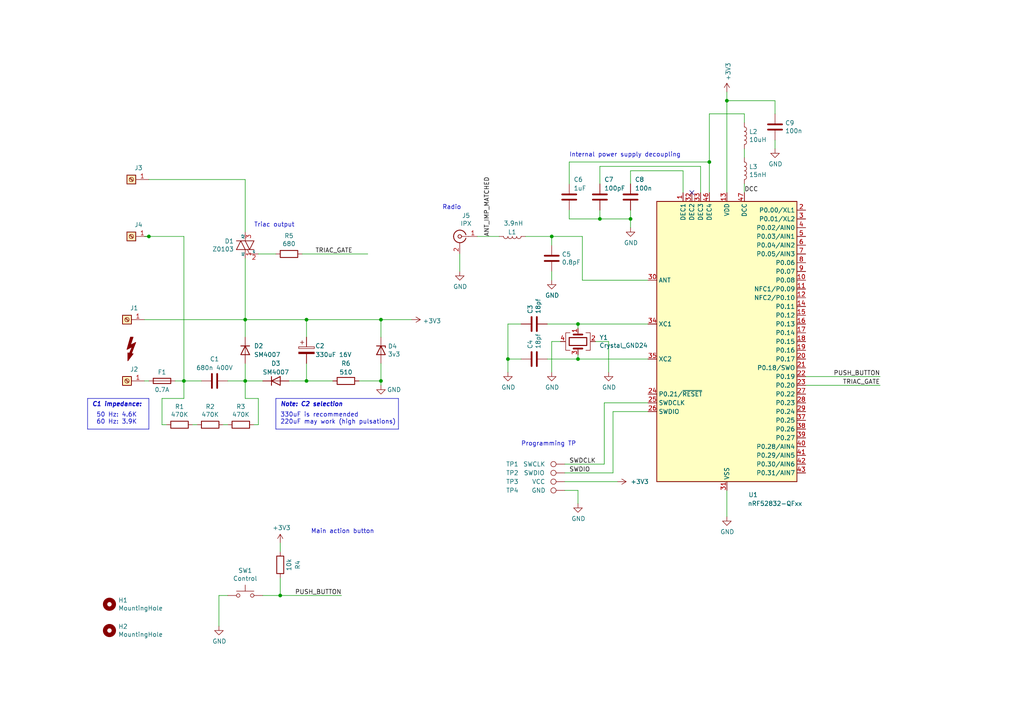
<source format=kicad_sch>
(kicad_sch (version 20230121) (generator eeschema)
  (paper "A4")
  (title_block (title "Nordic-Switch") (date "2022-02-17") (rev "1.1") (company "dossalab"))
  (lib_symbols
    (symbol "Connector:Conn_Coaxial" (pin_names (offset 1.016) hide)
      (property "Reference" "J" (at 0.254 3.048 0))
      (property "Value" "Conn_Coaxial" (at 2.921 0 90))
      (symbol "Conn_Coaxial_0_1"
        (arc (start -1.778 -0.508) (mid 0.222 -1.808) (end 1.778 0) (stroke (width 0.254)))
        (polyline (pts (xy -2.54 0) (xy -0.508 0)))
        (polyline (pts (xy 0 -2.54) (xy 0 -1.778)))
        (circle (center 0 0) (radius 0.508) (stroke (width 0.2032)))
        (arc (start 1.778 0) (mid 0.222 1.8083) (end -1.778 0.508) (stroke (width 0.254)))
      )
      (symbol "Conn_Coaxial_1_1"
        (pin passive line (at -5.08 0 0) (length 2.54) (name "In") (number "1"))
        (pin passive line (at 0 -5.08 90) (length 2.54) (name "Ext") (number "2"))
      )
    )
    (symbol "Connector:Screw_Terminal_01x01" (pin_names (offset 1.016) hide)
      (property "Reference" "J" (at 0 2.54 0))
      (property "Value" "Screw_Terminal_01x01" (at 0 -2.54 0))
      (symbol "Screw_Terminal_01x01_1_1"
        (rectangle (start -1.27 1.27) (end 1.27 -1.27) (stroke (width 0.254)) (fill (type background)))
        (polyline (pts (xy -0.5334 0.3302) (xy 0.3302 -0.508)) (stroke (width 0.1524)))
        (polyline (pts (xy -0.3556 0.508) (xy 0.508 -0.3302)) (stroke (width 0.1524)))
        (circle (center 0 0) (radius 0.635) (stroke (width 0.1524)))
        (pin passive line (at -5.08 0 0) (length 3.81) (name "Pin_1") (number "1"))
      )
    )
    (symbol "Connector:TestPoint" (pin_numbers hide) (pin_names (offset 0.762) hide)
      (property "Reference" "TP" (at 0 6.858 0))
      (property "Value" "TestPoint" (at 0 5.08 0))
      (symbol "TestPoint_0_1"
        (circle (center 0 3.302) (radius 0.762))
      )
      (symbol "TestPoint_1_1"
        (pin passive line (at 0 0 90) (length 2.54) (name "1") (number "1"))
      )
    )
    (symbol "Device:C" (pin_numbers hide) (pin_names (offset 0.254))
      (property "Reference" "C" (at 0.635 2.54 0))
      (property "Value" "C" (at 0.635 -2.54 0))
      (symbol "C_0_1"
        (polyline (pts (xy -2.032 -0.762) (xy 2.032 -0.762)) (stroke (width 0.508)))
        (polyline (pts (xy -2.032 0.762) (xy 2.032 0.762)) (stroke (width 0.508)))
      )
      (symbol "C_1_1"
        (pin passive line (at 0 3.81 270) (length 2.794) (name "~") (number "1"))
        (pin passive line (at 0 -3.81 90) (length 2.794) (name "~") (number "2"))
      )
    )
    (symbol "Device:CP" (pin_numbers hide) (pin_names (offset 0.254))
      (property "Reference" "C" (at 0.635 2.54 0))
      (property "Value" "Device_CP" (at 0.635 -2.54 0))
      (symbol "CP_0_1"
        (rectangle (start -2.286 0.508) (end 2.286 1.016))
        (polyline (pts (xy -1.778 2.286) (xy -0.762 2.286)))
        (polyline (pts (xy -1.27 2.794) (xy -1.27 1.778)))
        (rectangle (start 2.286 -0.508) (end -2.286 -1.016) (fill (type outline)))
      )
      (symbol "CP_1_1"
        (pin passive line (at 0 3.81 270) (length 2.794) (name "~") (number "1"))
        (pin passive line (at 0 -3.81 90) (length 2.794) (name "~") (number "2"))
      )
    )
    (symbol "Device:Crystal_GND24" (pin_names (offset 1.016) hide)
      (property "Reference" "Y" (at 3.175 5.08 0))
      (property "Value" "Crystal_GND24" (at 3.175 3.175 0))
      (symbol "Crystal_GND24_0_1"
        (rectangle (start -1.143 2.54) (end 1.143 -2.54) (stroke (width 0.3048)))
        (polyline (pts (xy -2.54 0) (xy -2.032 0)))
        (polyline (pts (xy -2.032 -1.27) (xy -2.032 1.27)) (stroke (width 0.508)))
        (polyline (pts (xy 0 -3.81) (xy 0 -3.556)))
        (polyline (pts (xy 0 3.556) (xy 0 3.81)))
        (polyline (pts (xy 2.032 -1.27) (xy 2.032 1.27)) (stroke (width 0.508)))
        (polyline (pts (xy 2.032 0) (xy 2.54 0)))
        (polyline (pts (xy -2.54 -2.286) (xy -2.54 -3.556) (xy 2.54 -3.556) (xy 2.54 -2.286)))
        (polyline (pts (xy -2.54 2.286) (xy -2.54 3.556) (xy 2.54 3.556) (xy 2.54 2.286)))
      )
      (symbol "Crystal_GND24_1_1"
        (pin passive line (at -3.81 0 0) (length 1.27) (name "1") (number "1"))
        (pin passive line (at 0 5.08 270) (length 1.27) (name "2") (number "2"))
        (pin passive line (at 3.81 0 180) (length 1.27) (name "3") (number "3"))
        (pin passive line (at 0 -5.08 90) (length 1.27) (name "4") (number "4"))
      )
    )
    (symbol "Device:D_Zener" (pin_numbers hide) (pin_names (offset 1.016) hide)
      (property "Reference" "D" (at 0 2.54 0))
      (property "Value" "D_Zener" (at 0 -2.54 0))
      (symbol "D_Zener_0_1"
        (polyline (pts (xy 1.27 0) (xy -1.27 0)))
        (polyline (pts (xy -1.27 -1.27) (xy -1.27 1.27) (xy -0.762 1.27)) (stroke (width 0.254)))
        (polyline (pts (xy 1.27 -1.27) (xy 1.27 1.27) (xy -1.27 0) (xy 1.27 -1.27)) (stroke (width 0.254)))
      )
      (symbol "D_Zener_1_1"
        (pin passive line (at -3.81 0 0) (length 2.54) (name "K") (number "1"))
        (pin passive line (at 3.81 0 180) (length 2.54) (name "A") (number "2"))
      )
    )
    (symbol "Device:Fuse" (pin_numbers hide) (pin_names (offset 0))
      (property "Reference" "F" (at 2.032 0 90))
      (property "Value" "Fuse" (at -1.905 0 90))
      (symbol "Fuse_0_1"
        (rectangle (start -0.762 -2.54) (end 0.762 2.54) (stroke (width 0.254)))
        (polyline (pts (xy 0 2.54) (xy 0 -2.54)))
      )
      (symbol "Fuse_1_1"
        (pin passive line (at 0 3.81 270) (length 1.27) (name "~") (number "1"))
        (pin passive line (at 0 -3.81 90) (length 1.27) (name "~") (number "2"))
      )
    )
    (symbol "Device:L" (pin_numbers hide) (pin_names (offset 1.016) hide)
      (property "Reference" "L" (at -1.27 0 90))
      (property "Value" "L" (at 1.905 0 90))
      (symbol "L_0_1"
        (arc (start 0 -2.54) (mid 0.6323 -1.905) (end 0 -1.27))
        (arc (start 0 -1.27) (mid 0.6323 -0.635) (end 0 0))
        (arc (start 0 0) (mid 0.6323 0.635) (end 0 1.27))
        (arc (start 0 1.27) (mid 0.6323 1.905) (end 0 2.54))
      )
      (symbol "L_1_1"
        (pin passive line (at 0 3.81 270) (length 1.27) (name "1") (number "1"))
        (pin passive line (at 0 -3.81 90) (length 1.27) (name "2") (number "2"))
      )
    )
    (symbol "Device:Q_TRIAC_A1GA2" (pin_names (offset 0))
      (property "Reference" "D" (at 3.175 0.635 0))
      (property "Value" "Q_TRIAC_A1GA2" (at 3.175 -1.27 0))
      (symbol "Q_TRIAC_A1GA2_0_1"
        (polyline (pts (xy -2.54 -1.27) (xy 2.54 -1.27)) (stroke (width 0.2032)))
        (polyline (pts (xy -2.54 1.27) (xy 2.54 1.27)) (stroke (width 0.2032)))
        (polyline (pts (xy -1.27 -2.54) (xy -0.635 -1.27)))
        (polyline (pts (xy -2.54 1.27) (xy -1.27 -1.27) (xy 0 1.27)) (stroke (width 0.2032)))
        (polyline (pts (xy 0 -1.27) (xy 1.27 1.27) (xy 2.54 -1.27)) (stroke (width 0.2032)))
      )
      (symbol "Q_TRIAC_A1GA2_1_1"
        (pin passive line (at 0 -3.81 90) (length 2.54) (name "A1") (number "1"))
        (pin input line (at -3.81 -2.54 0) (length 2.54) (name "G") (number "2"))
        (pin passive line (at 0 3.81 270) (length 2.54) (name "A2") (number "3"))
      )
    )
    (symbol "Device:R" (pin_numbers hide) (pin_names (offset 0))
      (property "Reference" "R" (at 2.032 0 90))
      (property "Value" "R" (at 0 0 90))
      (symbol "R_0_1"
        (rectangle (start -1.016 -2.54) (end 1.016 2.54) (stroke (width 0.254)))
      )
      (symbol "R_1_1"
        (pin passive line (at 0 3.81 270) (length 1.27) (name "~") (number "1"))
        (pin passive line (at 0 -3.81 90) (length 1.27) (name "~") (number "2"))
      )
    )
    (symbol "Diode:SM4007" (pin_numbers hide) (pin_names (offset 1.016) hide)
      (property "Reference" "D" (at 0 2.54 0))
      (property "Value" "SM4007" (at 0 -2.54 0))
      (symbol "SM4007_0_1"
        (polyline (pts (xy -1.27 1.27) (xy -1.27 -1.27)) (stroke (width 0.254)))
        (polyline (pts (xy 1.27 0) (xy -1.27 0)))
        (polyline (pts (xy 1.27 1.27) (xy 1.27 -1.27) (xy -1.27 0) (xy 1.27 1.27)) (stroke (width 0.254)))
      )
      (symbol "SM4007_1_1"
        (pin passive line (at -3.81 0 0) (length 2.54) (name "K") (number "1"))
        (pin passive line (at 3.81 0 180) (length 2.54) (name "A") (number "2"))
      )
    )
    (symbol "Graphic:SYM_Flash_Small" (pin_names (offset 1.016))
      (symbol "SYM_Flash_Small_0_1"
        (polyline (pts (xy 0.508 -1.016) (xy -1.016 -0.762) (xy -1.016 -3.048) (xy 0.508 -1.016)) (stroke (width 0.2032)) (fill (type outline)))
        (polyline (pts (xy -0.254 3.81) (xy 0.508 3.81) (xy -0.254 1.524) (xy 1.27 2.286) (xy 0 -1.016) (xy -0.508 -0.762) (xy 0.254 1.016) (xy -1.27 0.254) (xy -0.254 3.81)) (stroke (width 0.2032)) (fill (type outline)))
      )
    )
    (symbol "MCU_Nordic:nRF52832-QFxx"
      (property "Reference" "U" (at 0 1.27 0))
      (property "Value" "nRF52832-QFxx" (at 0 -1.27 0))
      (symbol "nRF52832-QFxx_0_1"
        (rectangle (start -20.32 40.64) (end 20.32 -40.64) (stroke (width 0.254)) (fill (type background)))
      )
      (symbol "nRF52832-QFxx_1_1"
        (pin passive line (at -12.7 43.18 270) (length 2.54) (name "DEC1") (number "1"))
        (pin bidirectional line (at 22.86 17.78 180) (length 2.54) (name "P0.08") (number "10"))
        (pin bidirectional line (at 22.86 15.24 180) (length 2.54) (name "NFC1/P0.09") (number "11"))
        (pin bidirectional line (at 22.86 12.7 180) (length 2.54) (name "NFC2/P0.10") (number "12"))
        (pin power_in line (at 0 43.18 270) (length 2.54) (name "VDD") (number "13"))
        (pin bidirectional line (at 22.86 10.16 180) (length 2.54) (name "P0.11") (number "14"))
        (pin bidirectional line (at 22.86 7.62 180) (length 2.54) (name "P0.12") (number "15"))
        (pin bidirectional line (at 22.86 5.08 180) (length 2.54) (name "P0.13") (number "16"))
        (pin bidirectional line (at 22.86 2.54 180) (length 2.54) (name "P0.14") (number "17"))
        (pin bidirectional line (at 22.86 0 180) (length 2.54) (name "P0.15") (number "18"))
        (pin bidirectional line (at 22.86 -2.54 180) (length 2.54) (name "P0.16") (number "19"))
        (pin bidirectional line (at 22.86 38.1 180) (length 2.54) (name "P0.00/XL1") (number "2"))
        (pin bidirectional line (at 22.86 -5.08 180) (length 2.54) (name "P0.17") (number "20"))
        (pin bidirectional line (at 22.86 -7.62 180) (length 2.54) (name "P0.18/SWO") (number "21"))
        (pin bidirectional line (at 22.86 -10.16 180) (length 2.54) (name "P0.19") (number "22"))
        (pin bidirectional line (at 22.86 -12.7 180) (length 2.54) (name "P0.20") (number "23"))
        (pin bidirectional line (at -22.86 -15.24 0) (length 2.54) (name "P0.21/~{RESET}") (number "24"))
        (pin input line (at -22.86 -17.78 0) (length 2.54) (name "SWDCLK") (number "25"))
        (pin bidirectional line (at -22.86 -20.32 0) (length 2.54) (name "SWDIO") (number "26"))
        (pin bidirectional line (at 22.86 -15.24 180) (length 2.54) (name "P0.22") (number "27"))
        (pin bidirectional line (at 22.86 -17.78 180) (length 2.54) (name "P0.23") (number "28"))
        (pin bidirectional line (at 22.86 -20.32 180) (length 2.54) (name "P0.24") (number "29"))
        (pin bidirectional line (at 22.86 35.56 180) (length 2.54) (name "P0.01/XL2") (number "3"))
        (pin passive line (at -22.86 17.78 0) (length 2.54) (name "ANT") (number "30"))
        (pin power_in line (at 0 -43.18 90) (length 2.54) (name "VSS") (number "31"))
        (pin passive line (at -10.16 43.18 270) (length 2.54) (name "DEC2") (number "32"))
        (pin passive line (at -7.62 43.18 270) (length 2.54) (name "DEC3") (number "33"))
        (pin input line (at -22.86 5.08 0) (length 2.54) (name "XC1") (number "34"))
        (pin input line (at -22.86 -5.08 0) (length 2.54) (name "XC2") (number "35"))
        (pin passive line (at 0 43.18 270) (length 2.54) hide (name "VDD") (number "36"))
        (pin bidirectional line (at 22.86 -22.86 180) (length 2.54) (name "P0.25") (number "37"))
        (pin bidirectional line (at 22.86 -25.4 180) (length 2.54) (name "P0.26") (number "38"))
        (pin bidirectional line (at 22.86 -27.94 180) (length 2.54) (name "P0.27") (number "39"))
        (pin bidirectional line (at 22.86 33.02 180) (length 2.54) (name "P0.02/AIN0") (number "4"))
        (pin bidirectional line (at 22.86 -30.48 180) (length 2.54) (name "P0.28/AIN4") (number "40"))
        (pin bidirectional line (at 22.86 -33.02 180) (length 2.54) (name "P0.29/AIN5") (number "41"))
        (pin bidirectional line (at 22.86 -35.56 180) (length 2.54) (name "P0.30/AIN6") (number "42"))
        (pin bidirectional line (at 22.86 -38.1 180) (length 2.54) (name "P0.31/AIN7") (number "43"))
        (pin no_connect line (at -20.32 -30.48 0) (length 2.54) hide (name "NC") (number "44"))
        (pin passive line (at 0 -43.18 90) (length 2.54) hide (name "VSS") (number "45"))
        (pin passive line (at -5.08 43.18 270) (length 2.54) (name "DEC4") (number "46"))
        (pin power_out line (at 5.08 43.18 270) (length 2.54) (name "DCC") (number "47"))
        (pin passive line (at 0 43.18 270) (length 2.54) hide (name "VDD") (number "48"))
        (pin passive line (at 0 -43.18 90) (length 2.54) hide (name "VSS") (number "49"))
        (pin bidirectional line (at 22.86 30.48 180) (length 2.54) (name "P0.03/AIN1") (number "5"))
        (pin bidirectional line (at 22.86 27.94 180) (length 2.54) (name "P0.04/AIN2") (number "6"))
        (pin bidirectional line (at 22.86 25.4 180) (length 2.54) (name "P0.05/AIN3") (number "7"))
        (pin bidirectional line (at 22.86 22.86 180) (length 2.54) (name "P0.06") (number "8"))
        (pin bidirectional line (at 22.86 20.32 180) (length 2.54) (name "P0.07") (number "9"))
      )
    )
    (symbol "Mechanical:MountingHole" (pin_names (offset 1.016))
      (property "Reference" "H" (at 0 5.08 0))
      (property "Value" "MountingHole" (at 0 3.175 0))
      (symbol "MountingHole_0_1"
        (circle (center 0 0) (radius 1.27) (stroke (width 1.27)))
      )
    )
    (symbol "Switch:SW_Push" (pin_numbers hide) (pin_names (offset 1.016) hide)
      (property "Reference" "SW" (at 1.27 2.54 0))
      (property "Value" "SW_Push" (at 0 -1.524 0))
      (symbol "SW_Push_0_1"
        (circle (center -2.032 0) (radius 0.508))
        (polyline (pts (xy 0 1.27) (xy 0 3.048)))
        (polyline (pts (xy 2.54 1.27) (xy -2.54 1.27)))
        (circle (center 2.032 0) (radius 0.508))
        (pin passive line (at -5.08 0 0) (length 2.54) (name "1") (number "1"))
        (pin passive line (at 5.08 0 180) (length 2.54) (name "2") (number "2"))
      )
    )
    (symbol "power:+3V3" (power) (pin_names (offset 0))
      (property "Value" "+3V3" (at 0 3.556 0))
      (symbol "+3V3_0_1"
        (polyline (pts (xy -0.762 1.27) (xy 0 2.54)))
        (polyline (pts (xy 0 0) (xy 0 2.54)))
        (polyline (pts (xy 0 2.54) (xy 0.762 1.27)))
      )
      (symbol "+3V3_1_1"
        (pin power_in line (at 0 0 90) (length 0) hide (name "+3V3") (number "1"))
      )
    )
    (symbol "power:GND" (power) (pin_names (offset 0))
      (property "Value" "GND" (at 0 -3.81 0))
      (symbol "GND_0_1"
        (polyline (pts (xy 0 0) (xy 0 -1.27) (xy 1.27 -1.27) (xy 0 -2.54) (xy -1.27 -1.27) (xy 0 -1.27)))
      )
      (symbol "GND_1_1"
        (pin power_in line (at 0 0 270) (length 0) hide (name "GND") (number "1"))
      )
    )
  )
  (junction (at 182.88 63.5))
  (junction (at 53.34 110.49))
  (junction (at 160.02 68.58))
  (junction (at 167.64 93.98))
  (junction (at 43.18 68.58))
  (junction (at 88.9 92.71))
  (junction (at 71.12 110.49))
  (junction (at 110.49 92.71))
  (junction (at 205.74 46.99))
  (junction (at 88.9 110.49))
  (junction (at 110.49 110.49))
  (junction (at 81.28 172.72))
  (junction (at 71.12 92.71))
  (junction (at 210.82 29.21))
  (junction (at 147.32 104.14))
  (junction (at 167.64 104.14))
  (junction (at 173.99 63.5))
  (no_connect (at 200.66 55.88))
  (wire (pts (xy 167.64 146.05) (xy 167.64 142.24)))
  (wire (pts (xy 167.64 142.24) (xy 163.83 142.24)))
  (wire (pts (xy 224.79 43.18) (xy 224.79 40.64)))
  (wire (pts (xy 160.02 107.95) (xy 160.02 99.06)))
  (wire (pts (xy 43.18 68.58) (xy 53.34 68.58)))
  (wire (pts (xy 81.28 172.72) (xy 81.28 167.64)))
  (polyline (pts (xy 80.01 124.46) (xy 115.57 124.46)))
  (wire (pts (xy 175.26 116.84) (xy 187.96 116.84)))
  (wire (pts (xy 152.4 68.58) (xy 160.02 68.58)))
  (wire (pts (xy 165.1 60.96) (xy 165.1 63.5)))
  (wire (pts (xy 182.88 49.53) (xy 198.12 49.53)))
  (wire (pts (xy 158.75 93.98) (xy 167.64 93.98)))
  (wire (pts (xy 74.93 123.19) (xy 73.66 123.19)))
  (wire (pts (xy 81.28 157.48) (xy 81.28 160.02)))
  (wire (pts (xy 71.12 115.57) (xy 74.93 115.57)))
  (wire (pts (xy 233.68 111.76) (xy 255.27 111.76)))
  (polyline (pts (xy 80.01 115.57) (xy 80.01 124.46)))
  (wire (pts (xy 215.9 33.02) (xy 205.74 33.02)))
  (wire (pts (xy 182.88 63.5) (xy 182.88 60.96)))
  (wire (pts (xy 110.49 105.41) (xy 110.49 110.49)))
  (wire (pts (xy 46.99 115.57) (xy 53.34 115.57)))
  (wire (pts (xy 83.82 110.49) (xy 88.9 110.49)))
  (wire (pts (xy 160.02 99.06) (xy 162.56 99.06)))
  (polyline (pts (xy 25.4 115.57) (xy 43.18 115.57)) (stroke (width 0) (type solid)))
  (wire (pts (xy 53.34 110.49) (xy 53.34 115.57)))
  (wire (pts (xy 151.13 93.98) (xy 147.32 93.98)))
  (wire (pts (xy 41.91 110.49) (xy 43.18 110.49)))
  (wire (pts (xy 41.91 68.58) (xy 43.18 68.58)))
  (wire (pts (xy 210.82 29.21) (xy 224.79 29.21)))
  (wire (pts (xy 43.18 52.07) (xy 71.12 52.07)))
  (wire (pts (xy 165.1 63.5) (xy 173.99 63.5)))
  (wire (pts (xy 177.8 119.38) (xy 177.8 137.16)))
  (wire (pts (xy 175.26 116.84) (xy 175.26 134.62)))
  (wire (pts (xy 55.88 123.19) (xy 57.15 123.19)))
  (polyline (pts (xy 115.57 115.57) (xy 80.01 115.57)))
  (wire (pts (xy 133.35 78.74) (xy 133.35 73.66)))
  (wire (pts (xy 71.12 74.93) (xy 71.12 92.71)))
  (wire (pts (xy 71.12 97.79) (xy 71.12 92.71)))
  (wire (pts (xy 147.32 107.95) (xy 147.32 104.14)))
  (wire (pts (xy 104.14 110.49) (xy 110.49 110.49)))
  (wire (pts (xy 147.32 104.14) (xy 151.13 104.14)))
  (wire (pts (xy 63.5 172.72) (xy 66.04 172.72)))
  (wire (pts (xy 182.88 63.5) (xy 173.99 63.5)))
  (wire (pts (xy 205.74 33.02) (xy 205.74 46.99)))
  (wire (pts (xy 110.49 110.49) (xy 110.49 111.76)))
  (wire (pts (xy 176.53 99.06) (xy 172.72 99.06)))
  (wire (pts (xy 80.01 73.66) (xy 74.93 73.66)))
  (wire (pts (xy 205.74 55.88) (xy 205.74 46.99)))
  (wire (pts (xy 50.8 110.49) (xy 53.34 110.49)))
  (wire (pts (xy 71.12 92.71) (xy 88.9 92.71)))
  (wire (pts (xy 147.32 93.98) (xy 147.32 104.14)))
  (wire (pts (xy 88.9 110.49) (xy 96.52 110.49)))
  (wire (pts (xy 158.75 104.14) (xy 167.64 104.14)))
  (wire (pts (xy 187.96 104.14) (xy 167.64 104.14)))
  (wire (pts (xy 215.9 35.56) (xy 215.9 33.02)))
  (wire (pts (xy 160.02 71.12) (xy 160.02 68.58)))
  (wire (pts (xy 63.5 181.61) (xy 63.5 172.72)))
  (wire (pts (xy 233.68 109.22) (xy 255.27 109.22)))
  (wire (pts (xy 224.79 33.02) (xy 224.79 29.21)))
  (polyline (pts (xy 43.18 124.46) (xy 25.4 124.46)) (stroke (width 0) (type solid)))
  (wire (pts (xy 58.42 110.49) (xy 53.34 110.49)))
  (wire (pts (xy 173.99 53.34) (xy 173.99 48.26)))
  (wire (pts (xy 176.53 107.95) (xy 176.53 99.06)))
  (wire (pts (xy 48.26 123.19) (xy 46.99 123.19)))
  (wire (pts (xy 71.12 105.41) (xy 71.12 110.49)))
  (wire (pts (xy 173.99 63.5) (xy 173.99 60.96)))
  (wire (pts (xy 64.77 123.19) (xy 66.04 123.19)))
  (wire (pts (xy 74.93 115.57) (xy 74.93 123.19)))
  (wire (pts (xy 46.99 123.19) (xy 46.99 115.57)))
  (wire (pts (xy 177.8 119.38) (xy 187.96 119.38)))
  (wire (pts (xy 71.12 52.07) (xy 71.12 67.31)))
  (wire (pts (xy 71.12 115.57) (xy 71.12 110.49)))
  (wire (pts (xy 165.1 46.99) (xy 165.1 53.34)))
  (wire (pts (xy 182.88 53.34) (xy 182.88 49.53)))
  (wire (pts (xy 76.2 172.72) (xy 81.28 172.72)))
  (wire (pts (xy 210.82 149.86) (xy 210.82 142.24)))
  (wire (pts (xy 160.02 81.28) (xy 160.02 78.74)))
  (wire (pts (xy 163.83 139.7) (xy 179.07 139.7)))
  (wire (pts (xy 205.74 46.99) (xy 165.1 46.99)))
  (wire (pts (xy 163.83 134.62) (xy 175.26 134.62)))
  (wire (pts (xy 76.2 110.49) (xy 71.12 110.49)))
  (wire (pts (xy 203.2 48.26) (xy 203.2 55.88)))
  (wire (pts (xy 168.91 81.28) (xy 187.96 81.28)))
  (wire (pts (xy 87.63 73.66) (xy 106.68 73.66)))
  (wire (pts (xy 160.02 68.58) (xy 168.91 68.58)))
  (polyline (pts (xy 25.4 115.57) (xy 25.4 124.46)) (stroke (width 0) (type solid)))
  (wire (pts (xy 163.83 137.16) (xy 177.8 137.16)))
  (wire (pts (xy 210.82 26.67) (xy 210.82 29.21)))
  (wire (pts (xy 53.34 68.58) (xy 53.34 110.49)))
  (wire (pts (xy 88.9 92.71) (xy 110.49 92.71)))
  (wire (pts (xy 88.9 105.41) (xy 88.9 110.49)))
  (wire (pts (xy 215.9 55.88) (xy 215.9 53.34)))
  (wire (pts (xy 88.9 97.79) (xy 88.9 92.71)))
  (polyline (pts (xy 43.18 115.57) (xy 43.18 124.46)) (stroke (width 0) (type solid)))
  (polyline (pts (xy 115.57 124.46) (xy 115.57 115.57)))
  (wire (pts (xy 182.88 66.04) (xy 182.88 63.5)))
  (wire (pts (xy 110.49 92.71) (xy 119.38 92.71)))
  (wire (pts (xy 187.96 93.98) (xy 167.64 93.98)))
  (wire (pts (xy 81.28 172.72) (xy 99.06 172.72)))
  (wire (pts (xy 173.99 48.26) (xy 203.2 48.26)))
  (wire (pts (xy 144.78 68.58) (xy 138.43 68.58)))
  (wire (pts (xy 110.49 97.79) (xy 110.49 92.71)))
  (wire (pts (xy 167.64 93.98) (xy 167.64 95.25)))
  (wire (pts (xy 41.91 92.71) (xy 71.12 92.71)))
  (wire (pts (xy 167.64 104.14) (xy 167.64 102.87)))
  (wire (pts (xy 210.82 29.21) (xy 210.82 55.88)))
  (wire (pts (xy 66.04 110.49) (xy 71.12 110.49)))
  (wire (pts (xy 215.9 45.72) (xy 215.9 43.18)))
  (wire (pts (xy 168.91 68.58) (xy 168.91 81.28)))
  (wire (pts (xy 198.12 49.53) (xy 198.12 55.88)))
  (text "50 Hz: 4.6K\n60 Hz: 3.9K" (at 27.94 123.19 0) (effects (font (size 1.27 1.27)) (justify left bottom)))
  (text "Triac output\n" (at 73.66 66.04 0) (effects (font (size 1.27 1.27)) (justify left bottom)))
  (text "Programming TP" (at 151.13 129.54 0) (effects (font (size 1.27 1.27)) (justify left bottom)))
  (text "Internal power supply decoupling\n" (at 165.1 45.72 0) (effects (font (size 1.27 1.27)) (justify left bottom)))
  (text "Main action button\n" (at 90.17 154.94 0) (effects (font (size 1.27 1.27)) (justify left bottom)))
  (text "Note: C2 selection" (at 81.28 118.11 0) (effects (font (size 1.27 1.27) (thickness 0.254) bold italic) (justify left bottom)))
  (text "C1 impedance:" (at 26.67 118.11 0) (effects (font (size 1.27 1.27) (thickness 0.254) bold italic) (justify left bottom)))
  (text "Radio\n" (at 128.27 60.96 0) (effects (font (size 1.27 1.27)) (justify left bottom)))
  (text "330uF is recommended\n220uF may work (high pulsations)" (at 81.28 123.19 0) (effects (font (size 1.27 1.27)) (justify left bottom)))
  (label "TRIAC_GATE" (at 255.27 111.76 180))
  (label "ANT_IMP_MATCHED" (at 142.24 68.58 90))
  (label "TRIAC_GATE" (at 91.44 73.66 0))
  (label "DCC" (at 215.9 55.88 0))
  (label "PUSH_BUTTON" (at 99.06 172.72 180))
  (label "SWDCLK" (at 165.1 134.62 0))
  (label "SWDIO" (at 165.1 137.16 0))
  (label "PUSH_BUTTON" (at 255.27 109.22 180))
  (symbol (lib_id "Device:C") (at 62.23 110.49 90) (unit 1)
    (property "Reference" "C1" (at 62.23 104.14 90))
    (property "Value" "680n 400V" (at 62.23 106.68 90))
    (property "Footprint" "nordic-switch:CP_CBB_684J_400V_Flat" (effects hide))
  )
  (symbol (lib_id "Device:D_Zener") (at 110.49 101.6 270) (unit 1)
    (property "Reference" "D4" (at 112.4966 100.4316 90) (effects (justify left)))
    (property "Value" "3v3" (at 112.4966 102.743 90) (effects (justify left)))
    (property "Footprint" "Diode_SMD:D_MiniMELF" (effects hide))
  )
  (symbol (lib_id "MCU_Nordic:nRF52832-QFxx") (at 210.82 99.06 0) (unit 1)
    (property "Reference" "U1" (at 218.44 143.51 0))
    (property "Value" "nRF52832-QFxx" (at 224.79 146.05 0))
    (property "Footprint" "Package_DFN_QFN:QFN-48-1EP_6x6mm_P0.4mm_EP4.6x4.6mm" (effects hide))
    (property "Datasheet" "http://infocenter.nordicsemi.com/pdf/nRF52832_PS_v1.4.pdf" (effects hide))
  )
  (symbol (lib_id "Device:CP") (at 88.9 101.6 0) (unit 1)
    (property "Reference" "C2" (at 91.44 100.33 0) (effects (justify left)))
    (property "Value" "330uF 16V" (at 91.44 102.87 0) (effects (justify left)))
    (property "Footprint" "Capacitor_Tantalum_SMD:CP_EIA-7343-30_AVX-N" (effects hide))
  )
  (symbol (lib_id "power:+3V3") (at 119.38 92.71 270) (unit 1)
    (property "Reference" "#PWR04" (effects hide))
    (property "Value" "+3V3" (at 122.6312 93.091 90) (effects (justify left)))
  )
  (symbol (lib_id "power:GND") (at 110.49 111.76 0) (unit 1)
    (property "Reference" "#PWR03" (effects hide))
    (property "Value" "GND" (at 114.3 113.03 0))
  )
  (symbol (lib_id "Switch:SW_Push") (at 71.12 172.72 0) (unit 1)
    (property "Reference" "SW1" (at 71.12 165.481 0))
    (property "Value" "Control" (at 71.12 167.7924 0))
    (property "Footprint" "Button_Switch_SMD:SW_SPST_PTS645" (effects hide))
  )
  (symbol (lib_id "Connector:Screw_Terminal_01x01") (at 36.83 92.71 180) (unit 1)
    (property "Reference" "J1" (at 38.9128 89.3318 0))
    (property "Value" "Screw_Terminal_01x01" (effects hide))
    (property "Footprint" "Connector_Wire:SolderWire-1sqmm_1x01_D1.4mm_OD2.7mm" (effects hide))
  )
  (symbol (lib_id "Connector:Screw_Terminal_01x01") (at 36.83 110.49 180) (unit 1)
    (property "Reference" "J2" (at 38.9128 107.1118 0))
    (property "Value" "Screw_Terminal_01x01" (effects hide))
    (property "Footprint" "Connector_Wire:SolderWire-1sqmm_1x01_D1.4mm_OD2.7mm" (effects hide))
  )
  (symbol (lib_id "Connector:Screw_Terminal_01x01") (at 38.1 52.07 180) (unit 1)
    (property "Reference" "J3" (at 40.1828 48.6918 0))
    (property "Value" "Screw_Terminal_01x01" (effects hide))
    (property "Footprint" "Connector_Wire:SolderWire-1sqmm_1x01_D1.4mm_OD2.7mm" (effects hide))
  )
  (symbol (lib_id "Connector:Screw_Terminal_01x01") (at 38.1 68.58 180) (unit 1)
    (property "Reference" "J4" (at 40.1828 65.2018 0))
    (property "Value" "Screw_Terminal_01x01" (effects hide))
    (property "Footprint" "Connector_Wire:SolderWire-1sqmm_1x01_D1.4mm_OD2.7mm" (effects hide))
  )
  (symbol (lib_id "Device:C") (at 165.1 57.15 0) (unit 1)
    (property "Reference" "C6" (at 166.37 52.07 0) (effects (justify left)))
    (property "Value" "1uF" (at 166.37 54.61 0) (effects (justify left)))
    (property "Footprint" "Capacitor_SMD:C_0603_1608Metric" (effects hide))
  )
  (symbol (lib_id "Device:C") (at 173.99 57.15 0) (unit 1)
    (property "Reference" "C7" (at 175.26 52.07 0) (effects (justify left)))
    (property "Value" "100pF" (at 175.26 54.61 0) (effects (justify left)))
    (property "Footprint" "Capacitor_SMD:C_0603_1608Metric" (effects hide))
  )
  (symbol (lib_id "Device:C") (at 182.88 57.15 0) (unit 1)
    (property "Reference" "C8" (at 184.15 52.07 0) (effects (justify left)))
    (property "Value" "100n" (at 184.15 54.61 0) (effects (justify left)))
    (property "Footprint" "Capacitor_SMD:C_0603_1608Metric" (effects hide))
  )
  (symbol (lib_id "power:GND") (at 182.88 66.04 0) (unit 1)
    (property "Reference" "#PWR012" (effects hide))
    (property "Value" "GND" (at 183.007 70.4342 0))
  )
  (symbol (lib_id "power:+3V3") (at 210.82 26.67 0) (unit 1)
    (property "Reference" "#PWR013" (effects hide))
    (property "Value" "+3V3" (at 211.201 23.4188 90) (effects (justify left)))
  )
  (symbol (lib_id "Device:C") (at 224.79 36.83 0) (unit 1)
    (property "Reference" "C9" (at 227.711 35.6616 0) (effects (justify left)))
    (property "Value" "100n" (at 227.711 37.973 0) (effects (justify left)))
    (property "Footprint" "Capacitor_SMD:C_0603_1608Metric" (effects hide))
  )
  (symbol (lib_id "power:GND") (at 224.79 43.18 0) (unit 1)
    (property "Reference" "#PWR015" (effects hide))
    (property "Value" "GND" (at 224.917 47.5742 0))
  )
  (symbol (lib_id "Device:Crystal_GND24") (at 167.64 99.06 270) (unit 1)
    (property "Reference" "Y1" (at 173.8376 97.8916 90) (effects (justify left)))
    (property "Value" "Crystal_GND24" (at 173.8376 100.203 90) (effects (justify left)))
    (property "Footprint" "Crystal:Crystal_SMD_2520-4Pin_2.5x2.0mm" (effects hide))
  )
  (symbol (lib_id "Device:C") (at 154.94 93.98 90) (unit 1)
    (property "Reference" "C3" (at 153.7716 91.059 0) (effects (justify left)))
    (property "Value" "18pf" (at 156.083 91.059 0) (effects (justify left)))
    (property "Footprint" "Capacitor_SMD:C_0603_1608Metric" (effects hide))
  )
  (symbol (lib_id "Device:C") (at 154.94 104.14 90) (unit 1)
    (property "Reference" "C4" (at 153.7716 101.219 0) (effects (justify left)))
    (property "Value" "18pf" (at 156.083 101.219 0) (effects (justify left)))
    (property "Footprint" "Capacitor_SMD:C_0603_1608Metric" (effects hide))
  )
  (symbol (lib_id "power:GND") (at 147.32 107.95 0) (unit 1)
    (property "Reference" "#PWR06" (effects hide))
    (property "Value" "GND" (at 147.447 112.3442 0))
  )
  (symbol (lib_id "power:GND") (at 160.02 107.95 0) (unit 1)
    (property "Reference" "#PWR08" (effects hide))
    (property "Value" "GND" (at 160.147 112.3442 0))
  )
  (symbol (lib_id "power:GND") (at 176.53 107.95 0) (unit 1)
    (property "Reference" "#PWR010" (effects hide))
    (property "Value" "GND" (at 176.657 112.3442 0))
  )
  (symbol (lib_id "power:GND") (at 210.82 149.86 0) (unit 1)
    (property "Reference" "#PWR014" (effects hide))
    (property "Value" "GND" (at 210.947 154.2542 0))
  )
  (symbol (lib_id "Device:L") (at 215.9 49.53 0) (unit 1)
    (property "Reference" "L3" (at 217.2462 48.3616 0) (effects (justify left)))
    (property "Value" "15nH" (at 217.2462 50.673 0) (effects (justify left)))
    (property "Footprint" "Inductor_SMD:L_0603_1608Metric" (effects hide))
  )
  (symbol (lib_id "Diode:SM4007") (at 80.01 110.49 0) (unit 1)
    (property "Reference" "D3" (at 80.01 105.41 0))
    (property "Value" "SM4007" (at 80.01 107.95 0))
    (property "Footprint" "Diode_SMD:D_MELF" (effects hide))
    (property "Datasheet" "http://cdn-reichelt.de/documents/datenblatt/A400/SMD1N400%23DIO.pdf" (effects hide))
  )
  (symbol (lib_id "Diode:SM4007") (at 71.12 101.6 270) (unit 1)
    (property "Reference" "D2" (at 73.66 100.33 90) (effects (justify left)))
    (property "Value" "SM4007" (at 73.66 102.87 90) (effects (justify left)))
    (property "Footprint" "Diode_SMD:D_MELF" (effects hide))
    (property "Datasheet" "http://cdn-reichelt.de/documents/datenblatt/A400/SMD1N400%23DIO.pdf" (effects hide))
  )
  (symbol (lib_id "Graphic:SYM_Flash_Small") (at 38.1 101.6 0) (unit 1)
    (property "Reference" "#SYM1" (effects hide))
    (property "Value" "SYM_Flash_Small" (effects hide))
  )
  (symbol (lib_id "Device:R") (at 100.33 110.49 270) (unit 1)
    (property "Reference" "R6" (at 100.33 105.41 90))
    (property "Value" "510" (at 100.33 107.95 90))
    (property "Footprint" "Resistor_SMD:R_1206_3216Metric" (effects hide))
  )
  (symbol (lib_id "Device:Q_TRIAC_A1GA2") (at 71.12 71.12 0) (mirror y) (unit 1)
    (property "Reference" "D1" (at 67.8434 69.9516 0) (effects (justify left)))
    (property "Value" "Z0103" (at 67.8434 72.263 0) (effects (justify left)))
    (property "Footprint" "Package_TO_SOT_THT:TO-92_Inline_Wide" (effects hide))
  )
  (symbol (lib_id "Connector:Conn_Coaxial") (at 133.35 68.58 0) (mirror y) (unit 1)
    (property "Reference" "J5" (at 135.1788 62.5348 0))
    (property "Value" "IPX" (at 135.1788 64.8462 0))
    (property "Footprint" "Connector_Coaxial:U.FL_Hirose_U.FL-R-SMT-1_Vertical" (effects hide))
    (property "Datasheet" " ~" (effects hide))
  )
  (symbol (lib_id "Mechanical:MountingHole") (at 31.75 175.26 0) (unit 1)
    (property "Reference" "H1" (at 34.29 174.0916 0) (effects (justify left)))
    (property "Value" "MountingHole" (at 34.29 176.403 0) (effects (justify left)))
    (property "Footprint" "MountingHole:MountingHole_3.2mm_M3" (effects hide))
  )
  (symbol (lib_id "Mechanical:MountingHole") (at 31.75 182.88 0) (unit 1)
    (property "Reference" "H2" (at 34.29 181.7116 0) (effects (justify left)))
    (property "Value" "MountingHole" (at 34.29 184.023 0) (effects (justify left)))
    (property "Footprint" "MountingHole:MountingHole_3.2mm_M3" (effects hide))
  )
  (symbol (lib_id "Connector:TestPoint") (at 163.83 142.24 90) (unit 1)
    (property "Reference" "TP4" (at 148.59 142.24 90))
    (property "Value" "GND" (at 156.21 142.24 90))
    (property "Footprint" "TestPoint:TestPoint_Pad_D1.0mm" (effects hide))
  )
  (symbol (lib_id "power:GND") (at 167.64 146.05 0) (unit 1)
    (property "Reference" "#PWR09" (effects hide))
    (property "Value" "GND" (at 167.767 150.4442 0))
  )
  (symbol (lib_id "power:GND") (at 63.5 181.61 0) (unit 1)
    (property "Reference" "#PWR01" (effects hide))
    (property "Value" "GND" (at 63.627 186.0042 0))
  )
  (symbol (lib_id "Device:R") (at 81.28 163.83 180) (unit 1)
    (property "Reference" "R4" (at 86.36 163.83 90))
    (property "Value" "10k" (at 83.82 163.83 90))
    (property "Footprint" "Resistor_SMD:R_0603_1608Metric" (effects hide))
  )
  (symbol (lib_id "Device:R") (at 83.82 73.66 90) (unit 1)
    (property "Reference" "R5" (at 83.82 68.4022 90))
    (property "Value" "680" (at 83.82 70.7136 90))
    (property "Footprint" "Resistor_SMD:R_0603_1608Metric" (effects hide))
  )
  (symbol (lib_id "power:+3V3") (at 81.28 157.48 0) (unit 1)
    (property "Reference" "#PWR02" (effects hide))
    (property "Value" "+3V3" (at 81.661 153.0858 0))
  )
  (symbol (lib_id "Connector:TestPoint") (at 163.83 134.62 90) (unit 1)
    (property "Reference" "TP1" (at 148.59 134.62 90))
    (property "Value" "SWCLK" (at 154.94 134.62 90))
    (property "Footprint" "TestPoint:TestPoint_Pad_D1.0mm" (effects hide))
  )
  (symbol (lib_id "Connector:TestPoint") (at 163.83 137.16 90) (unit 1)
    (property "Reference" "TP2" (at 148.59 137.16 90))
    (property "Value" "SWDIO" (at 154.94 137.16 90))
    (property "Footprint" "TestPoint:TestPoint_Pad_D1.0mm" (effects hide))
  )
  (symbol (lib_id "Device:R") (at 52.07 123.19 270) (unit 1)
    (property "Reference" "R1" (at 52.07 117.9322 90))
    (property "Value" "470K" (at 52.07 120.2436 90))
    (property "Footprint" "Resistor_SMD:R_1206_3216Metric" (effects hide))
  )
  (symbol (lib_id "Device:R") (at 69.85 123.19 270) (unit 1)
    (property "Reference" "R3" (at 69.85 117.9322 90))
    (property "Value" "470K" (at 69.85 120.2436 90))
    (property "Footprint" "Resistor_SMD:R_1206_3216Metric" (effects hide))
  )
  (symbol (lib_id "Device:C") (at 160.02 74.93 0) (unit 1)
    (property "Reference" "C5" (at 162.941 73.7616 0) (effects (justify left)))
    (property "Value" "0.8pF" (at 162.941 76.073 0) (effects (justify left)))
    (property "Footprint" "Capacitor_SMD:C_0603_1608Metric" (effects hide))
  )
  (symbol (lib_id "power:GND") (at 160.02 81.28 0) (unit 1)
    (property "Reference" "#PWR07" (effects hide))
    (property "Value" "GND" (at 160.147 85.6742 0))
  )
  (symbol (lib_id "Device:L") (at 148.59 68.58 270) (unit 1)
    (property "Reference" "L1" (at 147.32 67.31 90) (effects (justify left)))
    (property "Value" "3.9nH" (at 146.05 64.77 90) (effects (justify left)))
    (property "Footprint" "Inductor_SMD:L_0603_1608Metric" (effects hide))
  )
  (symbol (lib_id "Device:Fuse") (at 46.99 110.49 270) (unit 1)
    (property "Reference" "F1" (at 46.99 107.95 90))
    (property "Value" "0.7A" (at 46.99 113.03 90))
    (property "Footprint" "Fuse:Fuse_Littelfuse_395Series" (effects hide))
  )
  (symbol (lib_id "power:GND") (at 133.35 78.74 0) (unit 1)
    (property "Reference" "#PWR05" (effects hide))
    (property "Value" "GND" (at 133.477 83.1342 0))
  )
  (symbol (lib_id "Device:L") (at 215.9 39.37 0) (unit 1)
    (property "Reference" "L2" (at 217.2462 38.2016 0) (effects (justify left)))
    (property "Value" "10uH" (at 217.2462 40.513 0) (effects (justify left)))
    (property "Footprint" "Inductor_SMD:L_0805_2012Metric" (effects hide))
  )
  (symbol (lib_id "Connector:TestPoint") (at 163.83 139.7 90) (unit 1)
    (property "Reference" "TP3" (at 148.59 139.7 90))
    (property "Value" "VCC" (at 156.21 139.7 90))
    (property "Footprint" "TestPoint:TestPoint_Pad_D1.0mm" (effects hide))
  )
  (symbol (lib_id "Device:R") (at 60.96 123.19 270) (unit 1)
    (property "Reference" "R2" (at 60.96 117.9322 90))
    (property "Value" "470K" (at 60.96 120.2436 90))
    (property "Footprint" "Resistor_SMD:R_1206_3216Metric" (effects hide))
  )
  (symbol (lib_id "power:+3V3") (at 179.07 139.7 270) (unit 1)
    (property "Reference" "#PWR011" (effects hide))
    (property "Value" "+3V3" (at 182.88 139.6999 90) (effects (justify left)))
  )
)
</source>
